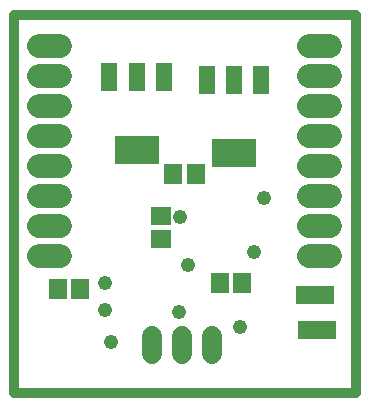
<source format=gts>
G75*
%MOIN*%
%OFA0B0*%
%FSLAX25Y25*%
%IPPOS*%
%LPD*%
%AMOC8*
5,1,8,0,0,1.08239X$1,22.5*
%
%ADD10C,0.03200*%
%ADD11C,0.08000*%
%ADD12C,0.06800*%
%ADD13R,0.06706X0.05918*%
%ADD14R,0.05600X0.09600*%
%ADD15R,0.14973X0.09461*%
%ADD16R,0.05918X0.07099*%
%ADD17R,0.05918X0.06706*%
%ADD18R,0.12611X0.06154*%
%ADD19C,0.04762*%
D10*
X0002600Y0002600D02*
X0116773Y0002600D01*
X0116773Y0128584D01*
X0002600Y0128584D01*
X0002600Y0002600D01*
D11*
X0011000Y0048100D02*
X0018200Y0048100D01*
X0018200Y0058100D02*
X0011000Y0058100D01*
X0011000Y0068100D02*
X0018200Y0068100D01*
X0018200Y0078100D02*
X0011000Y0078100D01*
X0011000Y0088100D02*
X0018200Y0088100D01*
X0018200Y0098100D02*
X0011000Y0098100D01*
X0011000Y0108100D02*
X0018200Y0108100D01*
X0018200Y0118100D02*
X0011000Y0118100D01*
X0101000Y0118100D02*
X0108200Y0118100D01*
X0108200Y0108100D02*
X0101000Y0108100D01*
X0101000Y0098100D02*
X0108200Y0098100D01*
X0108200Y0088100D02*
X0101000Y0088100D01*
X0101000Y0078100D02*
X0108200Y0078100D01*
X0108200Y0068100D02*
X0101000Y0068100D01*
X0101000Y0058100D02*
X0108200Y0058100D01*
X0108200Y0048100D02*
X0101000Y0048100D01*
D12*
X0068600Y0021600D02*
X0068600Y0015600D01*
X0058600Y0015600D02*
X0058600Y0021600D01*
X0048600Y0021600D02*
X0048600Y0015600D01*
D13*
X0051600Y0053860D03*
X0051600Y0061340D03*
D14*
X0067000Y0106800D03*
X0076100Y0106800D03*
X0085200Y0106800D03*
X0052700Y0107800D03*
X0043600Y0107800D03*
X0034500Y0107800D03*
D15*
X0043600Y0083399D03*
X0076100Y0082399D03*
D16*
X0063340Y0075600D03*
X0055860Y0075600D03*
X0024840Y0037100D03*
X0017360Y0037100D03*
D17*
X0071360Y0039100D03*
X0078840Y0039100D03*
D18*
X0103100Y0035100D03*
X0103600Y0023600D03*
D19*
X0082600Y0049600D03*
X0086100Y0067600D03*
X0060600Y0045100D03*
X0057600Y0029600D03*
X0078100Y0024600D03*
X0058100Y0061100D03*
X0033100Y0039100D03*
X0033100Y0030100D03*
X0035100Y0019600D03*
M02*

</source>
